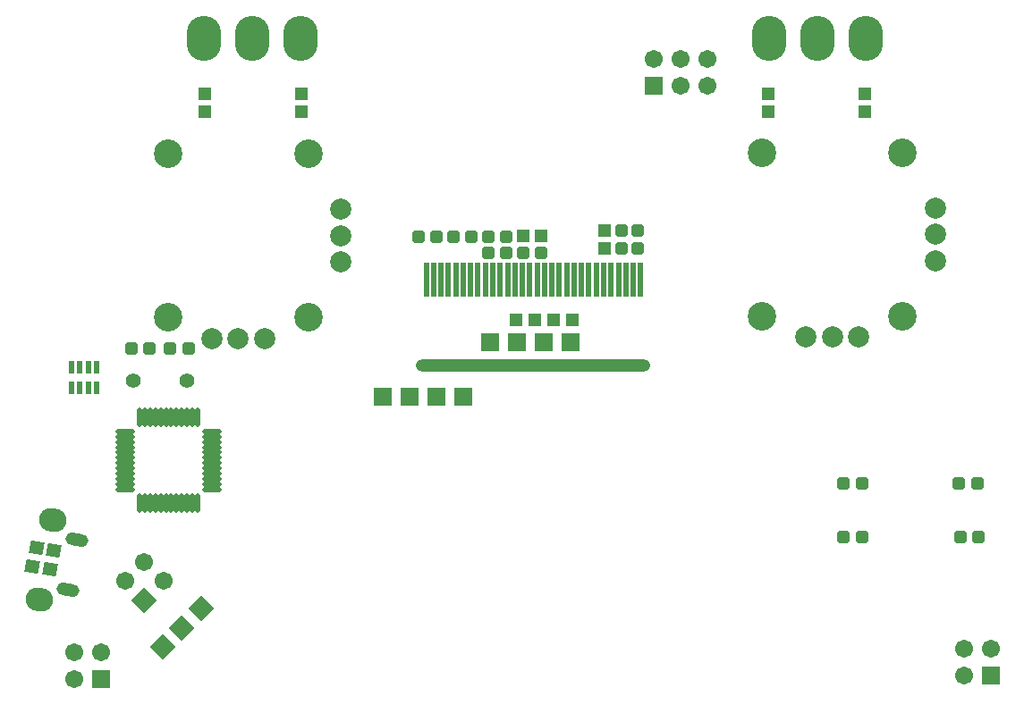
<source format=gbs>
G04 Layer_Color=16711935*
%FSLAX25Y25*%
%MOIN*%
G70*
G01*
G75*
G04:AMPARAMS|DCode=50|XSize=47.37mil|YSize=43.43mil|CornerRadius=5.77mil|HoleSize=0mil|Usage=FLASHONLY|Rotation=180.000|XOffset=0mil|YOffset=0mil|HoleType=Round|Shape=RoundedRectangle|*
%AMROUNDEDRECTD50*
21,1,0.04737,0.03189,0,0,180.0*
21,1,0.03583,0.04343,0,0,180.0*
1,1,0.01154,-0.01791,0.01595*
1,1,0.01154,0.01791,0.01595*
1,1,0.01154,0.01791,-0.01595*
1,1,0.01154,-0.01791,-0.01595*
%
%ADD50ROUNDEDRECTD50*%
G04:AMPARAMS|DCode=51|XSize=47.37mil|YSize=43.43mil|CornerRadius=5.77mil|HoleSize=0mil|Usage=FLASHONLY|Rotation=270.000|XOffset=0mil|YOffset=0mil|HoleType=Round|Shape=RoundedRectangle|*
%AMROUNDEDRECTD51*
21,1,0.04737,0.03189,0,0,270.0*
21,1,0.03583,0.04343,0,0,270.0*
1,1,0.01154,-0.01595,-0.01791*
1,1,0.01154,-0.01595,0.01791*
1,1,0.01154,0.01595,0.01791*
1,1,0.01154,0.01595,-0.01791*
%
%ADD51ROUNDEDRECTD51*%
%ADD53R,0.04737X0.05131*%
%ADD54R,0.05131X0.04737*%
G04:AMPARAMS|DCode=57|XSize=86.74mil|YSize=102.49mil|CornerRadius=0mil|HoleSize=0mil|Usage=FLASHONLY|Rotation=80.000|XOffset=0mil|YOffset=0mil|HoleType=Round|Shape=Round|*
%AMOVALD57*
21,1,0.01575,0.08674,0.00000,0.00000,170.0*
1,1,0.08674,0.00775,-0.00137*
1,1,0.08674,-0.00775,0.00137*
%
%ADD57OVALD57*%

G04:AMPARAMS|DCode=58|XSize=47.37mil|YSize=86.74mil|CornerRadius=0mil|HoleSize=0mil|Usage=FLASHONLY|Rotation=260.000|XOffset=0mil|YOffset=0mil|HoleType=Round|Shape=Round|*
%AMOVALD58*
21,1,0.03937,0.04737,0.00000,0.00000,350.0*
1,1,0.04737,-0.01939,0.00342*
1,1,0.04737,0.01939,-0.00342*
%
%ADD58OVALD58*%

%ADD59R,0.06706X0.06706*%
%ADD60P,0.09483X4X270.0*%
%ADD61C,0.06706*%
%ADD62R,0.06706X0.06706*%
%ADD63O,0.12800X0.16800*%
%ADD64C,0.07887*%
%ADD65C,0.10642*%
%ADD66O,0.87414X0.04737*%
%ADD67C,0.05524*%
%ADD68R,0.02375X0.12611*%
%ADD69O,0.01981X0.07296*%
%ADD70O,0.07296X0.01981*%
G04:AMPARAMS|DCode=71|XSize=47.37mil|YSize=51.31mil|CornerRadius=0mil|HoleSize=0mil|Usage=FLASHONLY|Rotation=80.000|XOffset=0mil|YOffset=0mil|HoleType=Round|Shape=Rectangle|*
%AMROTATEDRECTD71*
4,1,4,0.02115,-0.02778,-0.02938,-0.01887,-0.02115,0.02778,0.02938,0.01887,0.02115,-0.02778,0.0*
%
%ADD71ROTATEDRECTD71*%

%ADD72R,0.02375X0.04737*%
D50*
X462000Y336846D02*
D03*
Y330153D02*
D03*
X468000Y336846D02*
D03*
Y330153D02*
D03*
D51*
X588154Y222500D02*
D03*
X594846D02*
D03*
X544654D02*
D03*
X551346D02*
D03*
X587653Y242500D02*
D03*
X594347D02*
D03*
X544654Y242469D02*
D03*
X551346D02*
D03*
X431847Y328500D02*
D03*
X425153D02*
D03*
X412153D02*
D03*
X418847D02*
D03*
X412153Y334500D02*
D03*
X418847D02*
D03*
X405847D02*
D03*
X399153D02*
D03*
X392846D02*
D03*
X386154D02*
D03*
X300346Y293000D02*
D03*
X293653D02*
D03*
X279153D02*
D03*
X285846D02*
D03*
D53*
X455500Y336846D02*
D03*
Y330153D02*
D03*
X552500Y381153D02*
D03*
Y387846D02*
D03*
X342500Y381153D02*
D03*
Y387846D02*
D03*
X516500Y381153D02*
D03*
Y387846D02*
D03*
X306500Y381153D02*
D03*
Y387846D02*
D03*
D54*
X425153Y335000D02*
D03*
X431847D02*
D03*
X429347Y303500D02*
D03*
X422653D02*
D03*
X436654Y303500D02*
D03*
X443347D02*
D03*
D57*
X249983Y228763D02*
D03*
X244773Y199219D02*
D03*
D58*
X258867Y221560D02*
D03*
X255585Y202950D02*
D03*
D59*
X443000Y295200D02*
D03*
X433000D02*
D03*
X423000D02*
D03*
X413000D02*
D03*
X474000Y391000D02*
D03*
X373000Y274800D02*
D03*
X383000D02*
D03*
X393000D02*
D03*
X403000D02*
D03*
D60*
X305071Y195712D02*
D03*
X298000Y188641D02*
D03*
X290929Y181570D02*
D03*
X284000Y199000D02*
D03*
D61*
X494000Y401000D02*
D03*
Y391000D02*
D03*
X484000Y401000D02*
D03*
Y391000D02*
D03*
X474000Y401000D02*
D03*
X589500Y171000D02*
D03*
X599500Y181000D02*
D03*
X589500D02*
D03*
X258000Y169500D02*
D03*
X268000Y179500D02*
D03*
X258000D02*
D03*
X276929Y206071D02*
D03*
X291071D02*
D03*
X284000Y213142D02*
D03*
D62*
X599500Y171000D02*
D03*
X268000Y169500D02*
D03*
D63*
X306200Y408400D02*
D03*
X324200Y408400D02*
D03*
X342200Y408400D02*
D03*
X516700Y408400D02*
D03*
X534700Y408400D02*
D03*
X552700Y408400D02*
D03*
D64*
X357300Y334950D02*
D03*
X357300Y344750D02*
D03*
X357300Y325150D02*
D03*
X328700Y296550D02*
D03*
X318900Y296550D02*
D03*
X309100D02*
D03*
X578800Y335450D02*
D03*
X578800Y345250D02*
D03*
X578800Y325650D02*
D03*
X550200Y297050D02*
D03*
X540400Y297050D02*
D03*
X530600D02*
D03*
D65*
X345100Y365450D02*
D03*
X345100Y304450D02*
D03*
X292700Y365450D02*
D03*
X292700Y304450D02*
D03*
X566600Y365950D02*
D03*
X566600Y304950D02*
D03*
X514200Y365950D02*
D03*
X514200Y304950D02*
D03*
D66*
X429000Y286506D02*
D03*
D67*
X280000Y281000D02*
D03*
X300000D02*
D03*
D68*
X468961Y318494D02*
D03*
X460693D02*
D03*
X444158D02*
D03*
X452425D02*
D03*
X430378D02*
D03*
X422110D02*
D03*
X413842D02*
D03*
X405575D02*
D03*
X397307D02*
D03*
X389039D02*
D03*
X466205D02*
D03*
X463449D02*
D03*
X455181D02*
D03*
X457937D02*
D03*
X446913D02*
D03*
X449669D02*
D03*
X438646D02*
D03*
X441402D02*
D03*
X435890D02*
D03*
X433134D02*
D03*
X427622D02*
D03*
X424866D02*
D03*
X419354D02*
D03*
X416598D02*
D03*
X411087D02*
D03*
X408331D02*
D03*
X402819D02*
D03*
X400063D02*
D03*
X394551D02*
D03*
X391795D02*
D03*
D69*
X282173Y267143D02*
D03*
X284142D02*
D03*
X286110D02*
D03*
X288079D02*
D03*
X290047D02*
D03*
X292016D02*
D03*
X293984D02*
D03*
X295953D02*
D03*
X297921D02*
D03*
X299890D02*
D03*
X301858D02*
D03*
X303827D02*
D03*
Y235057D02*
D03*
X301858D02*
D03*
X299890D02*
D03*
X297921D02*
D03*
X295953D02*
D03*
X293984D02*
D03*
X292016D02*
D03*
X290047D02*
D03*
X288079D02*
D03*
X286110D02*
D03*
X284142D02*
D03*
X282173D02*
D03*
D70*
X309043Y261927D02*
D03*
Y259958D02*
D03*
Y257990D02*
D03*
Y256021D02*
D03*
Y254053D02*
D03*
Y252084D02*
D03*
Y250116D02*
D03*
Y248147D02*
D03*
Y246179D02*
D03*
Y244210D02*
D03*
Y242242D02*
D03*
Y240273D02*
D03*
X276957D02*
D03*
Y242242D02*
D03*
Y244210D02*
D03*
Y246179D02*
D03*
Y248147D02*
D03*
Y250116D02*
D03*
Y252084D02*
D03*
Y254053D02*
D03*
Y256021D02*
D03*
Y257990D02*
D03*
Y259958D02*
D03*
Y261927D02*
D03*
D71*
X248796Y210419D02*
D03*
X242204Y211581D02*
D03*
X250296Y217419D02*
D03*
X243704Y218581D02*
D03*
D72*
X256776Y278063D02*
D03*
X259925D02*
D03*
X263075D02*
D03*
X266224D02*
D03*
X256776Y285937D02*
D03*
X259925D02*
D03*
X263075D02*
D03*
X266224D02*
D03*
M02*

</source>
